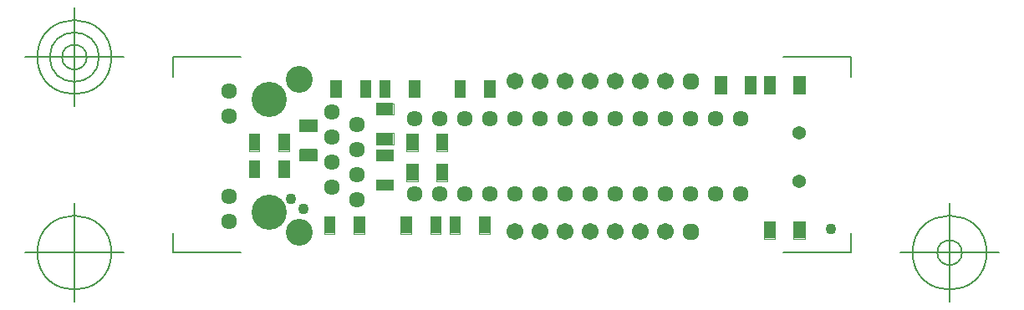
<source format=gbr>
G04 Generated by Ultiboard 11.0 *
%FSLAX25Y25*%
%MOIN*%

%ADD10C,0.00500*%
%ADD11C,0.14005*%
%ADD12C,0.04337*%
%ADD13C,0.06337*%
%ADD14C,0.10699*%
%ADD15C,0.06734*%
%ADD16R,0.02083X0.02083*%
%ADD17C,0.04317*%
%ADD18R,0.07087X0.04528*%
%ADD19C,0.00400*%
%ADD20R,0.04134X0.06890*%
%ADD21R,0.04528X0.07087*%
%ADD22R,0.06890X0.04134*%
%ADD23C,0.05400*%


G04 ColorRGB 9900CC for the following layer *
%LNSolder Mask Bottom*%
%LPD*%
%FSLAX25Y25*%
%MOIN*%
G54D10*
X-13885Y-885D02*
X-13885Y6915D01*
X-13885Y-885D02*
X13142Y-885D01*
X256385Y-885D02*
X229358Y-885D01*
X256385Y-885D02*
X256385Y6915D01*
X256385Y77115D02*
X256385Y69315D01*
X256385Y77115D02*
X229358Y77115D01*
X-13885Y77115D02*
X13142Y77115D01*
X-13885Y77115D02*
X-13885Y69315D01*
X-33570Y-885D02*
X-72940Y-885D01*
X-53255Y-20570D02*
X-53255Y18800D01*
X-68019Y-885D02*
G75*
D01*
G02X-68019Y-885I14764J0*
G01*
X276070Y-885D02*
X315440Y-885D01*
X295755Y-20570D02*
X295755Y18800D01*
X280991Y-885D02*
G75*
D01*
G02X280991Y-885I14764J0*
G01*
X290834Y-885D02*
G75*
D01*
G02X290834Y-885I4921J0*
G01*
X-33570Y77115D02*
X-72940Y77115D01*
X-53255Y57430D02*
X-53255Y96800D01*
X-68019Y77115D02*
G75*
D01*
G02X-68019Y77115I14764J0*
G01*
X-63098Y77115D02*
G75*
D01*
G02X-63098Y77115I9843J0*
G01*
X-58176Y77115D02*
G75*
D01*
G02X-58176Y77115I4921J0*
G01*
G54D11*
X24507Y60115D03*
X24507Y15115D03*
G54D12*
X33000Y20500D03*
X38000Y16500D03*
X248500Y8500D03*
G54D13*
X59507Y30115D03*
X59507Y20115D03*
X59507Y40115D03*
X59507Y50115D03*
X8523Y63717D03*
X8523Y11513D03*
X8523Y21513D03*
X8523Y53717D03*
X49507Y35115D03*
X49507Y25115D03*
X49507Y55115D03*
X49507Y45115D03*
X122385Y22615D03*
X122385Y52615D03*
X92385Y22615D03*
X92385Y52615D03*
X82385Y22615D03*
X82385Y52615D03*
X112385Y22615D03*
X102385Y22615D03*
X112385Y52615D03*
X102385Y52615D03*
X192385Y22615D03*
X192385Y52615D03*
X142385Y22615D03*
X132385Y22615D03*
X152385Y22615D03*
X142385Y52615D03*
X132385Y52615D03*
X152385Y52615D03*
X172385Y22615D03*
X162385Y22615D03*
X182385Y22615D03*
X172385Y52615D03*
X162385Y52615D03*
X182385Y52615D03*
X202385Y22615D03*
X212385Y22615D03*
X202385Y52615D03*
X212385Y52615D03*
G54D14*
X36515Y68127D03*
X36515Y7103D03*
G54D15*
X122385Y7603D03*
X142385Y7603D03*
X132385Y7603D03*
X152385Y7603D03*
X172385Y7603D03*
X162385Y7603D03*
X182385Y7603D03*
X122385Y67615D03*
X142385Y67615D03*
X132385Y67615D03*
X152385Y67615D03*
X172385Y67615D03*
X162385Y67615D03*
X182385Y67615D03*
G54D16*
X192385Y7603D03*
X192385Y67615D03*
G54D17*
X191344Y6562D02*
X193426Y6562D01*
X193426Y8644D01*
X191344Y8644D01*
X191344Y6562D01*D02*
X191344Y66574D02*
X193426Y66574D01*
X193426Y68656D01*
X191344Y68656D01*
X191344Y66574D01*D02*
G54D18*
X70500Y44594D03*
X70500Y56406D03*
X40000Y38094D03*
X40000Y49906D03*
G54D19*
X66957Y42330D02*
X74043Y42330D01*
X74043Y46858D01*
X66957Y46858D01*
X66957Y42330D01*D02*
X66957Y54142D02*
X74043Y54142D01*
X74043Y58670D01*
X66957Y58670D01*
X66957Y54142D01*D02*
X60724Y61170D02*
X64858Y61170D01*
X64858Y68060D01*
X60724Y68060D01*
X60724Y61170D01*D02*
X48913Y61170D02*
X53047Y61170D01*
X53047Y68060D01*
X48913Y68060D01*
X48913Y61170D01*D02*
X46413Y6670D02*
X50547Y6670D01*
X50547Y13560D01*
X46413Y13560D01*
X46413Y6670D01*D02*
X58224Y6670D02*
X62358Y6670D01*
X62358Y13560D01*
X58224Y13560D01*
X58224Y6670D01*D02*
X28224Y29170D02*
X32358Y29170D01*
X32358Y36060D01*
X28224Y36060D01*
X28224Y29170D01*D02*
X16413Y29170D02*
X20547Y29170D01*
X20547Y36060D01*
X16413Y36060D01*
X16413Y29170D01*D02*
X28224Y39670D02*
X32358Y39670D01*
X32358Y46560D01*
X28224Y46560D01*
X28224Y39670D01*D02*
X16413Y39670D02*
X20547Y39670D01*
X20547Y46560D01*
X16413Y46560D01*
X16413Y39670D01*D02*
X36457Y35830D02*
X43543Y35830D01*
X43543Y40358D01*
X36457Y40358D01*
X36457Y35830D01*D02*
X36457Y47642D02*
X43543Y47642D01*
X43543Y52170D01*
X36457Y52170D01*
X36457Y47642D01*D02*
X68413Y61170D02*
X72547Y61170D01*
X72547Y68060D01*
X68413Y68060D01*
X68413Y61170D01*D02*
X80224Y61170D02*
X84358Y61170D01*
X84358Y68060D01*
X80224Y68060D01*
X80224Y61170D01*D02*
X110224Y61170D02*
X114358Y61170D01*
X114358Y68060D01*
X110224Y68060D01*
X110224Y61170D01*D02*
X98413Y61170D02*
X102547Y61170D01*
X102547Y68060D01*
X98413Y68060D01*
X98413Y61170D01*D02*
X91027Y39572D02*
X95555Y39572D01*
X95555Y46658D01*
X91027Y46658D01*
X91027Y39572D01*D02*
X79216Y39572D02*
X83744Y39572D01*
X83744Y46658D01*
X79216Y46658D01*
X79216Y39572D01*D02*
X91027Y27572D02*
X95555Y27572D01*
X95555Y34658D01*
X91027Y34658D01*
X91027Y27572D01*D02*
X79216Y27572D02*
X83744Y27572D01*
X83744Y34658D01*
X79216Y34658D01*
X79216Y27572D01*D02*
X66940Y24142D02*
X73830Y24142D01*
X73830Y28276D01*
X66940Y28276D01*
X66940Y24142D01*D02*
X66940Y35953D02*
X73830Y35953D01*
X73830Y40087D01*
X66940Y40087D01*
X66940Y35953D01*D02*
X76913Y6670D02*
X81047Y6670D01*
X81047Y13560D01*
X76913Y13560D01*
X76913Y6670D01*D02*
X88724Y6670D02*
X92858Y6670D01*
X92858Y13560D01*
X88724Y13560D01*
X88724Y6670D01*D02*
X108224Y6670D02*
X112358Y6670D01*
X112358Y13560D01*
X108224Y13560D01*
X108224Y6670D01*D02*
X96413Y6670D02*
X100547Y6670D01*
X100547Y13560D01*
X96413Y13560D01*
X96413Y6670D01*D02*
X233527Y62457D02*
X238055Y62457D01*
X238055Y69543D01*
X233527Y69543D01*
X233527Y62457D01*D02*
X221716Y62457D02*
X226244Y62457D01*
X226244Y69543D01*
X221716Y69543D01*
X221716Y62457D01*D02*
X202216Y62457D02*
X206744Y62457D01*
X206744Y69543D01*
X202216Y69543D01*
X202216Y62457D01*D02*
X214027Y62457D02*
X218555Y62457D01*
X218555Y69543D01*
X214027Y69543D01*
X214027Y62457D01*D02*
X233527Y4572D02*
X238055Y4572D01*
X238055Y11658D01*
X233527Y11658D01*
X233527Y4572D01*D02*
X221716Y4572D02*
X226244Y4572D01*
X226244Y11658D01*
X221716Y11658D01*
X221716Y4572D01*D02*
G54D20*
X62791Y64615D03*
X50980Y64615D03*
X48480Y10115D03*
X60291Y10115D03*
X30291Y32615D03*
X18480Y32615D03*
X30291Y43115D03*
X18480Y43115D03*
X70480Y64615D03*
X82291Y64615D03*
X112291Y64615D03*
X100480Y64615D03*
X78980Y10115D03*
X90791Y10115D03*
X110291Y10115D03*
X98480Y10115D03*
G54D21*
X93291Y43115D03*
X81480Y43115D03*
X93291Y31115D03*
X81480Y31115D03*
X235791Y66000D03*
X223980Y66000D03*
X204480Y66000D03*
X216291Y66000D03*
X235791Y8115D03*
X223980Y8115D03*
G54D22*
X70385Y26209D03*
X70385Y38020D03*
G54D23*
X235885Y27615D03*
X235885Y46782D03*

M00*

</source>
